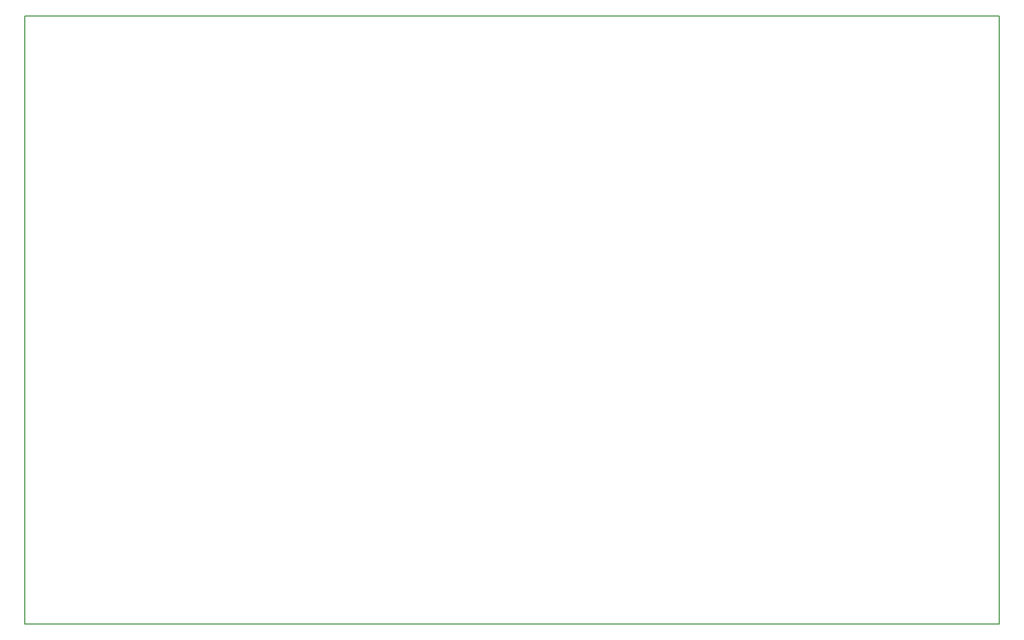
<source format=gm1>
G04 MADE WITH FRITZING*
G04 WWW.FRITZING.ORG*
G04 DOUBLE SIDED*
G04 HOLES PLATED*
G04 CONTOUR ON CENTER OF CONTOUR VECTOR*
%ASAXBY*%
%FSLAX23Y23*%
%MOIN*%
%OFA0B0*%
%SFA1.0B1.0*%
%ADD10R,6.299220X3.937010*%
%ADD11C,0.008000*%
%ADD10C,0.008*%
%LNCONTOUR*%
G90*
G70*
G54D10*
G54D11*
X4Y3933D02*
X6295Y3933D01*
X6295Y4D01*
X4Y4D01*
X4Y3933D01*
D02*
G04 End of contour*
M02*
</source>
